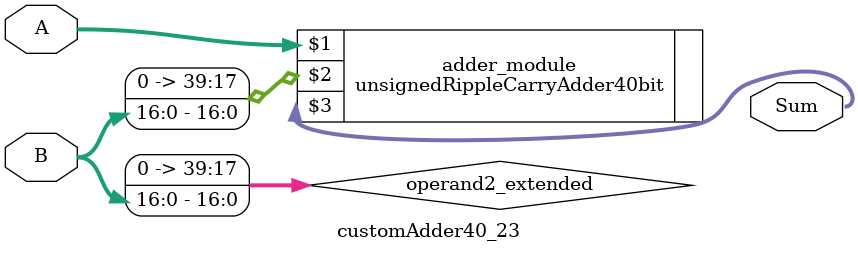
<source format=v>
module customAdder40_23(
                        input [39 : 0] A,
                        input [16 : 0] B,
                        
                        output [40 : 0] Sum
                );

        wire [39 : 0] operand2_extended;
        
        assign operand2_extended =  {23'b0, B};
        
        unsignedRippleCarryAdder40bit adder_module(
            A,
            operand2_extended,
            Sum
        );
        
        endmodule
        
</source>
